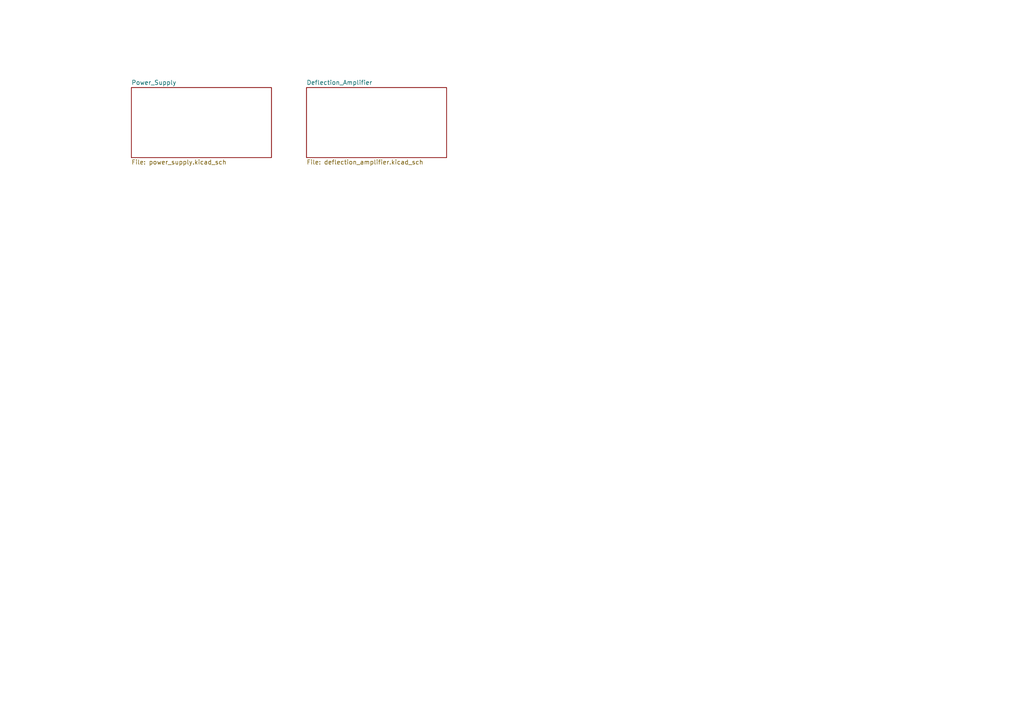
<source format=kicad_sch>
(kicad_sch (version 20211123) (generator eeschema)
  (paper "A4")
  (title_block (title "SC-11 Scope Clock XYZ Display Board") (date "2022-07-29") (rev "1.0"))
  (lib_symbols)
  (sheet (at 38.1 25.4) (size 40.64 20.32) (stroke (width 0.1524))
    (property "Sheet name" "Power_Supply" (at 38.1 24.6884 0) (effects (justify left bottom)))
    (property "Sheet file" "power_supply.kicad_sch" (at 38.1 46.3046 0) (effects (justify left top)))
  )
  (sheet (at 88.9 25.4) (size 40.64 20.32) (stroke (width 0.1524))
    (property "Sheet name" "Deflection_Amplifier" (at 88.9 24.6884 0) (effects (justify left bottom)))
    (property "Sheet file" "deflection_amplifier.kicad_sch" (at 88.9 46.3046 0) (effects (justify left top)))
  )
)
</source>
